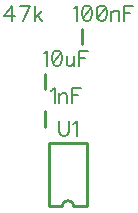
<source format=gbr>
G04 DipTrace 3.1.0.1*
G04 MSP430FR2311BreakOutv3.gbr*
%MOIN*%
G04 #@! TF.FileFunction,Legend,Top*
G04 #@! TF.Part,Single*
%ADD10C,0.009843*%
%ADD33C,0.00772*%
%FSLAX26Y26*%
G04*
G70*
G90*
G75*
G01*
G04 TopSilk*
%LPD*%
X1076919Y1156684D2*
D10*
Y1207825D1*
X951919Y1006684D2*
Y1057825D1*
Y881684D2*
Y932825D1*
X1092087Y615522D2*
Y828121D1*
X966115Y615522D2*
Y828121D1*
X1092087D2*
X966115D1*
X1092087Y615522D2*
X1048790D1*
X1009412D2*
X966115D1*
X1048790D2*
G03X1009412Y615522I-19689J-23D01*
G01*
X1048714Y1275388D2*
D33*
X1053523Y1277820D1*
X1060708Y1284950D1*
Y1234765D1*
X1090517Y1284950D2*
X1083332Y1282573D1*
X1078524Y1275388D1*
X1076147Y1263450D1*
Y1256265D1*
X1078524Y1244327D1*
X1083332Y1237142D1*
X1090517Y1234765D1*
X1095270D1*
X1102455Y1237142D1*
X1107208Y1244327D1*
X1109640Y1256265D1*
Y1263450D1*
X1107208Y1275388D1*
X1102455Y1282573D1*
X1095270Y1284950D1*
X1090517D1*
X1107208Y1275388D2*
X1078524Y1244327D1*
X1139450Y1284950D2*
X1132265Y1282573D1*
X1127456Y1275388D1*
X1125079Y1263450D1*
Y1256265D1*
X1127456Y1244327D1*
X1132265Y1237142D1*
X1139450Y1234765D1*
X1144203D1*
X1151388Y1237142D1*
X1156141Y1244327D1*
X1158573Y1256265D1*
Y1263450D1*
X1156141Y1275388D1*
X1151388Y1282573D1*
X1144203Y1284950D1*
X1139450D1*
X1156141Y1275388D2*
X1127456Y1244327D1*
X1174012Y1268259D2*
Y1234765D1*
Y1258697D2*
X1181197Y1265882D1*
X1186006Y1268259D1*
X1193135D1*
X1197944Y1265882D1*
X1200320Y1258697D1*
Y1234765D1*
X1246876Y1285005D2*
X1215760D1*
Y1234765D1*
Y1261074D2*
X1234883D1*
X948180Y1125388D2*
X952989Y1127820D1*
X960174Y1134950D1*
Y1084765D1*
X989983Y1134950D2*
X982798Y1132573D1*
X977990Y1125388D1*
X975613Y1113450D1*
Y1106265D1*
X977990Y1094327D1*
X982798Y1087142D1*
X989983Y1084765D1*
X994736D1*
X1001922Y1087142D1*
X1006675Y1094327D1*
X1009107Y1106265D1*
Y1113450D1*
X1006675Y1125388D1*
X1001922Y1132573D1*
X994736Y1134950D1*
X989983D1*
X1006675Y1125388D2*
X977990Y1094327D1*
X1024546Y1118259D2*
Y1094327D1*
X1026922Y1087197D1*
X1031731Y1084765D1*
X1038916D1*
X1043669Y1087197D1*
X1050854Y1094327D1*
Y1118259D2*
Y1084765D1*
X1097410Y1135005D2*
X1066293D1*
Y1084765D1*
Y1111074D2*
X1085417D1*
X972647Y1000388D2*
X977455Y1002820D1*
X984640Y1009950D1*
Y959765D1*
X1000079Y993259D2*
Y959765D1*
Y983697D2*
X1007265Y990882D1*
X1012073Y993259D1*
X1019203D1*
X1024011Y990882D1*
X1026388Y983697D1*
Y959765D1*
X1072944Y1010005D2*
X1041827D1*
Y959765D1*
Y986074D2*
X1060950D1*
X841336Y1234765D2*
Y1284950D1*
X817405Y1251512D1*
X853275D1*
X878276Y1234765D2*
X902207Y1284950D1*
X868714D1*
X917647Y1285005D2*
Y1234765D1*
X941578Y1268259D2*
X917647Y1244327D1*
X927208Y1253888D2*
X943955Y1234765D1*
X998638Y901344D2*
Y865475D1*
X1001015Y858290D1*
X1005823Y853536D1*
X1013008Y851104D1*
X1017761D1*
X1024946Y853536D1*
X1029755Y858290D1*
X1032131Y865475D1*
Y901344D1*
X1047571Y891728D2*
X1052379Y894159D1*
X1059564Y901289D1*
Y851104D1*
M02*

</source>
